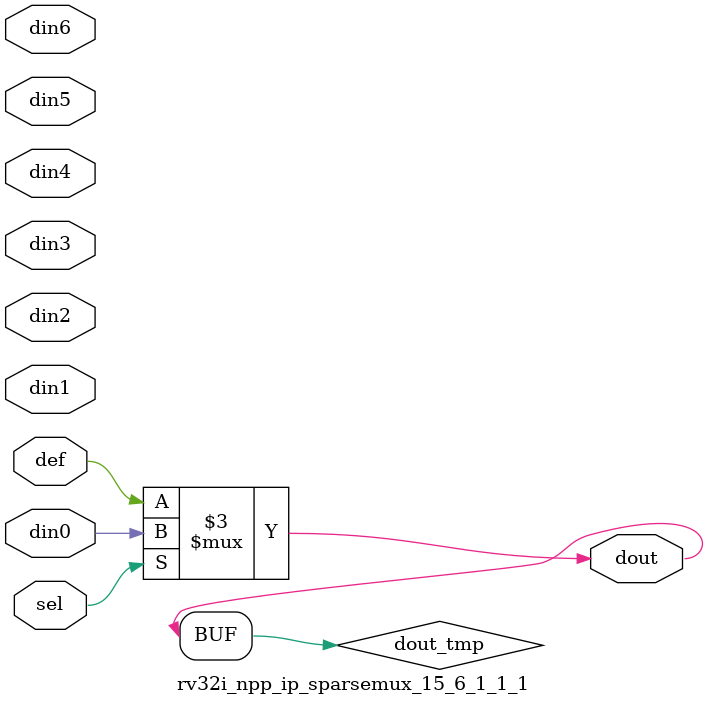
<source format=v>
`timescale 1ns / 1ps

module rv32i_npp_ip_sparsemux_15_6_1_1_1 (din0,din1,din2,din3,din4,din5,din6,def,sel,dout);

parameter din0_WIDTH = 1;

parameter din1_WIDTH = 1;

parameter din2_WIDTH = 1;

parameter din3_WIDTH = 1;

parameter din4_WIDTH = 1;

parameter din5_WIDTH = 1;

parameter din6_WIDTH = 1;

parameter def_WIDTH = 1;
parameter sel_WIDTH = 1;
parameter dout_WIDTH = 1;

parameter [sel_WIDTH-1:0] CASE0 = 1;

parameter [sel_WIDTH-1:0] CASE1 = 1;

parameter [sel_WIDTH-1:0] CASE2 = 1;

parameter [sel_WIDTH-1:0] CASE3 = 1;

parameter [sel_WIDTH-1:0] CASE4 = 1;

parameter [sel_WIDTH-1:0] CASE5 = 1;

parameter [sel_WIDTH-1:0] CASE6 = 1;

parameter ID = 1;
parameter NUM_STAGE = 1;



input [din0_WIDTH-1:0] din0;

input [din1_WIDTH-1:0] din1;

input [din2_WIDTH-1:0] din2;

input [din3_WIDTH-1:0] din3;

input [din4_WIDTH-1:0] din4;

input [din5_WIDTH-1:0] din5;

input [din6_WIDTH-1:0] din6;

input [def_WIDTH-1:0] def;
input [sel_WIDTH-1:0] sel;

output [dout_WIDTH-1:0] dout;



reg [dout_WIDTH-1:0] dout_tmp;


always @ (*) begin
(* parallel_case *) case (sel)
    
    CASE0 : dout_tmp = din0;
    
    CASE1 : dout_tmp = din1;
    
    CASE2 : dout_tmp = din2;
    
    CASE3 : dout_tmp = din3;
    
    CASE4 : dout_tmp = din4;
    
    CASE5 : dout_tmp = din5;
    
    CASE6 : dout_tmp = din6;
    
    default : dout_tmp = def;
endcase
end


assign dout = dout_tmp;



endmodule

</source>
